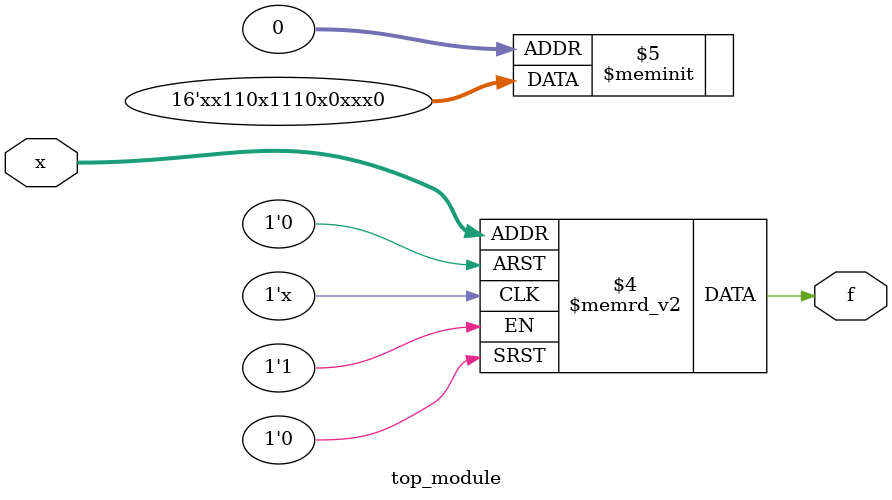
<source format=sv>
module top_module (
	input [4:1] x,
	output logic f
);

// Define truth table for the function f
always_comb begin
    case (x)
        // First row
        4'b0000: f = 1'b0;
        4'b0001: f = 1'bx;  // don't care
        4'b0011: f = 1'bx;  // don't care
        4'b0010: f = 1'bx;  // don't care

        // Second row
        4'b0100: f = 1'b0;
        4'b0101: f = 1'bx;  // don't care
        4'b0111: f = 1'b1;
        4'b0110: f = 1'b0;

        // Third row
        4'b1100: f = 1'b1;
        4'b1101: f = 1'b1;
        4'b1111: f = 1'bx;  // don't care
        4'b1110: f = 1'bx;  // don't care

        // Fourth row
        4'b1000: f = 1'b1;
        4'b1001: f = 1'b1;
        4'b1011: f = 1'b0;
        4'b1010: f = 1'bx;  // don't care
    endcase
end

endmodule

</source>
